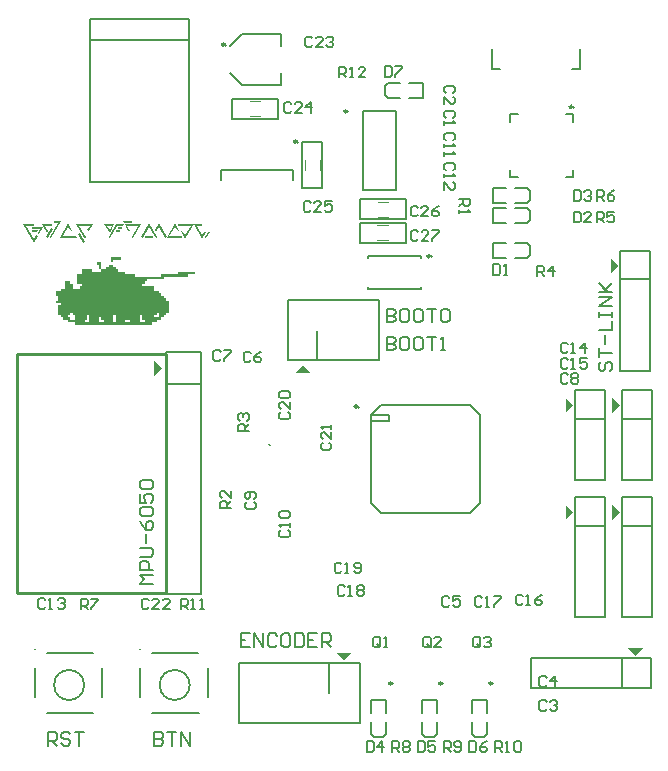
<source format=gto>
%FSTAX23Y23*%
%MOIN*%
%SFA1B1*%

%IPPOS*%
%ADD10C,0.009800*%
%ADD11C,0.003900*%
%ADD12C,0.006000*%
%ADD13C,0.010000*%
%ADD14C,0.005000*%
%ADD15C,0.004000*%
%ADD16C,0.007900*%
%ADD17C,0.007000*%
%ADD18C,0.008000*%
%LNpcb_bug_v2-1*%
%LPD*%
G36*
X03139Y01808D02*
X03164Y01833D01*
X03114*
X03139Y01808*
G37*
G36*
X03Y02791D02*
X02975Y02766D01*
X03025*
X03Y02791*
G37*
G36*
X02393Y03142D02*
X02369D01*
Y03134*
X02361*
Y0315*
X02393*
Y03142*
G37*
G36*
X02329Y0311D02*
X02345D01*
Y03118*
X02353*
Y03126*
X02369*
Y03118*
X02377*
Y0311*
X02385*
Y03102*
X02409*
Y03094*
X02441*
Y03086*
X02529*
Y03094*
X02585*
Y03102*
X02641*
Y03094*
X02617*
Y03086*
X02537*
Y03078*
X02481*
Y0307*
X02473*
Y03062*
X02465*
Y03054*
X02505*
Y03038*
X02521*
Y0303*
X02529*
Y03022*
X02537*
Y03014*
X02545*
Y03006*
X02553*
Y02966*
X02545*
Y02958*
X02537*
Y0295*
X02529*
Y02942*
X02513*
Y02934*
X02497*
Y02926*
X02241*
Y02934*
X02217*
Y02942*
X02201*
Y0295*
X02193*
Y02958*
X02185*
Y0299*
X02193*
Y02998*
X02177*
Y03006*
X02185*
Y03022*
X02177*
Y03038*
X02193*
Y03046*
X02209*
Y0307*
X02225*
Y03062*
X02233*
Y03046*
X02257*
Y03054*
X02265*
Y03062*
X02249*
Y03094*
X02265*
Y0311*
X02297*
Y03102*
X02329*
Y0311*
X02321*
Y03126*
X02313*
Y03134*
X02329*
Y0311*
G37*
G36*
X0253Y0278D02*
X02505Y02805D01*
Y02755*
X0253Y0278*
G37*
G36*
X04057Y023D02*
X04032Y02275D01*
Y02325*
X04057Y023*
G37*
G36*
X03901D02*
X03876Y02275D01*
Y02325*
X03901Y023*
G37*
G36*
X0411Y01822D02*
X04085Y01847D01*
X04135*
X0411Y01822*
G37*
G36*
X03901Y02657D02*
X03876Y02682D01*
Y02632*
X03901Y02657*
G37*
G36*
X04057D02*
X04032Y02682D01*
Y02632*
X04057Y02657*
G37*
G36*
X04053Y03123D02*
X04028Y03148D01*
Y03098*
X04053Y03123*
G37*
G36*
X02431Y03265D02*
X02403D01*
X024Y03271*
X02431*
Y03265*
G37*
G36*
X02405Y03261D02*
X02402Y03255D01*
X02382Y03255*
X02359Y03215*
X02354Y03218*
X02379Y03261*
X02405Y03261*
G37*
G36*
X02396Y03245D02*
X02383D01*
Y03251*
X02396*
Y03245*
G37*
G36*
X02287Y03237D02*
X02282Y0324D01*
X02291Y03256*
X02255*
X02276Y03218*
X02273Y03212*
X02245Y03261*
X02301*
X02287Y03237*
G37*
G36*
X02588Y03239D02*
X02583Y03237D01*
X02574Y03252*
X02555Y03221*
X02597*
Y03215*
X02546*
X02574Y03264*
X02588Y03239*
G37*
G36*
X02232Y03239D02*
X02227Y03237D01*
X02218Y03252*
X022Y03221*
X02243*
X02246Y03215*
X0219*
X02218Y03264*
X02232Y03239*
G37*
G36*
X02391Y03236D02*
X02378D01*
Y03241*
X02391*
Y03236*
G37*
G36*
X02113D02*
X02097D01*
Y03241*
X02116*
X02113Y03236*
G37*
G36*
X02165Y03255D02*
X02141D01*
X02152Y03238*
X02148Y03232*
X02132Y03261*
X02165*
Y03255*
G37*
G36*
X02356Y03232D02*
X02339Y03261D01*
X02372*
X02356Y03232*
G37*
G36*
X02121Y03229D02*
X02116Y03232D01*
X02123Y03245*
X02097*
Y03251*
X02133*
X02121Y03229*
G37*
G36*
X02608Y03213D02*
X02594Y03237D01*
X02599Y03239*
X02608Y03224*
X02626Y03255*
X02585*
Y03261*
X02636*
X02608Y03213*
G37*
G36*
X02546Y03218D02*
X02541Y03215D01*
X0252Y03252*
X0251Y03235*
X02507Y03241*
X0252Y03264*
X02546Y03218*
G37*
G36*
X02514D02*
X0251Y03215D01*
X02488Y03252*
X02467Y03215*
X02462Y03218*
X02488Y03264*
X02514Y03218*
G37*
G36*
X02501Y03215D02*
X02475D01*
Y03221*
X02501*
Y03215*
G37*
G36*
X02435Y03215D02*
X0243Y03218D01*
X02452Y03255*
X02415*
X02424Y03239*
X02419Y03237*
X02406Y03261*
X02461*
X02435Y03215*
G37*
G36*
X02161D02*
X02156Y03218D01*
X02183Y03265*
X02171*
Y0327*
X02193*
X02161Y03215*
G37*
G36*
X0269Y03236D02*
X02678Y03215D01*
X02673Y03218*
X02686Y03239*
X0269Y03236*
G37*
G36*
X02167Y03245D02*
X0215Y03215D01*
X02145Y03218*
X02162Y03248*
X02167Y03245*
G37*
G36*
X02664Y03255D02*
X02646D01*
X02664Y03224*
X02673Y03239*
X02678Y03236*
X02664Y03212*
X02636Y03261*
X02664*
Y03255*
G37*
G36*
X02104Y03255D02*
X02077D01*
X02103Y0321*
X02112Y03226*
X02117Y03223*
X02103Y03199*
X02067Y03261*
X02104*
Y03255*
G37*
G36*
X02274Y03202D02*
X02269Y03199D01*
X02251Y03229*
X02256Y03232*
X02274Y03202*
G37*
%LNpcb_bug_v2-2*%
%LPC*%
G36*
X02521Y02966D02*
X02513D01*
Y02958*
X02505*
Y0295*
X02521*
Y02958*
Y02966*
G37*
G36*
X02233D02*
X02225D01*
Y02958*
X02217*
Y0295*
X02225*
Y02942*
X02241*
Y0295*
Y02958*
X02233*
Y02966*
G37*
G36*
X02465Y02958D02*
X02457D01*
Y0295*
Y02942*
Y02934*
X02473*
Y02942*
X02465*
Y0295*
Y02958*
G37*
G36*
X02425Y02942D02*
X02409D01*
Y02934*
X02425*
Y02942*
G37*
G36*
X02377Y02958D02*
X02369D01*
Y0295*
Y02942*
Y02934*
X02377*
Y02942*
Y0295*
Y02958*
G37*
G36*
X02329Y0295D02*
X02321D01*
Y02942*
Y02934*
X02337*
Y02942*
X02329*
Y0295*
G37*
G36*
X02289Y02958D02*
X02281D01*
Y0295*
Y02942*
X02273*
Y02934*
X02289*
Y02942*
Y0295*
Y02958*
G37*
G36*
X02363Y03255D02*
X02349D01*
X02356Y03243*
X02363Y03255*
G37*
%LNpcb_bug_v2-3*%
%LPD*%
G54D10*
X02741Y03859D02*
D01*
D01*
G75*
G03X02731I-00004J0D01*
G74*G01*
D01*
G75*
G03X02741I00004J0D01*
G74*G01*
X03426Y03155D02*
D01*
D01*
G75*
G03X03416I-00004J0D01*
G74*G01*
D01*
G75*
G03X03426I00004J0D01*
G74*G01*
X02981Y03536D02*
D01*
D01*
G75*
G03X02971I-00004J0D01*
G74*G01*
D01*
G75*
G03X02981I00004J0D01*
G74*G01*
X03148Y03638D02*
D01*
D01*
G75*
G03X03138I-00004J0D01*
G74*G01*
D01*
G75*
G03X03148I00004J0D01*
G74*G01*
X03183Y02653D02*
D01*
D01*
G75*
G03X03173I-00004J0D01*
G74*G01*
D01*
G75*
G03X03183I00004J0D01*
G74*G01*
X039Y03652D02*
D01*
D01*
G75*
G03X0389I-00004J0D01*
G74*G01*
D01*
G75*
G03X039I00004J0D01*
G74*G01*
X03631Y01731D02*
D01*
D01*
G75*
G03X03622I-00004J0D01*
G74*G01*
D01*
G75*
G03X03631I00004J0D01*
G74*G01*
X03465D02*
D01*
D01*
G75*
G03X03455I-00004J0D01*
G74*G01*
D01*
G75*
G03X03465I00004J0D01*
G74*G01*
X03298D02*
D01*
D01*
G75*
G03X03288I-00004J0D01*
G74*G01*
D01*
G75*
G03X03298I00004J0D01*
G74*G01*
G54D11*
X0289Y02526D02*
D01*
D01*
G75*
G03X02886I-00002J0D01*
G74*G01*
D01*
G75*
G03X0289I00002J0D01*
G74*G01*
G54D12*
X02271Y01725D02*
D01*
D01*
G75*
G03X02171I-00050J0D01*
G74*G01*
D01*
G75*
G03X02271I00050J0D01*
G74*G01*
X02623Y01725D02*
D01*
D01*
G75*
G03X02523I-00050J0D01*
G74*G01*
D01*
G75*
G03X02623I00050J0D01*
G74*G01*
X02331Y01685D02*
Y0178D01*
X02146Y0183D02*
X023D01*
X02106Y01685D02*
Y0178D01*
X02146Y0163D02*
X02301D01*
X02683Y01685D02*
Y0178D01*
X02498Y0183D02*
X02652D01*
X02458Y01685D02*
Y0178D01*
X02498Y0163D02*
X02653D01*
G54D13*
X02049Y02031D02*
Y02827D01*
Y02031D02*
X02545D01*
Y02827*
X02049D02*
X02545D01*
G54D14*
X03563Y0163D02*
Y01675D01*
Y0156D02*
Y016D01*
X03613Y0163D02*
Y01675D01*
Y0156D02*
Y016D01*
X03573Y0155D02*
X03603D01*
X03613Y0156*
X03563D02*
X03573Y0155D01*
X03563Y01675D02*
X03613D01*
X03396Y0163D02*
Y01675D01*
Y0156D02*
Y016D01*
X03446Y0163D02*
Y01675D01*
Y0156D02*
Y016D01*
X03406Y0155D02*
X03436D01*
X03446Y0156*
X03396D02*
X03406Y0155D01*
X03396Y01675D02*
X03446D01*
X03229Y0163D02*
Y01675D01*
Y0156D02*
Y016D01*
X03279Y0163D02*
Y01675D01*
Y0156D02*
Y016D01*
X03239Y0155D02*
X03269D01*
X03279Y0156*
X03229D02*
X03239Y0155D01*
X03229Y01675D02*
X03279D01*
X03633Y03147D02*
X03678D01*
X03708D02*
X03748D01*
X03633Y03197D02*
X03678D01*
X03708D02*
X03748D01*
X03758Y03157D02*
Y03187D01*
X03748Y03197D02*
X03758Y03187D01*
X03748Y03147D02*
X03758Y03157D01*
X03633Y03147D02*
Y03197D01*
Y03264D02*
X03678D01*
X03708D02*
X03748D01*
X03633Y03314D02*
X03678D01*
X03708D02*
X03748D01*
X03758Y03274D02*
Y03304D01*
X03748Y03314D02*
X03758Y03304D01*
X03748Y03264D02*
X03758Y03274D01*
X03633Y03264D02*
Y03314D01*
Y03331D02*
X03678D01*
X03708D02*
X03748D01*
X03633Y03381D02*
X03678D01*
X03708D02*
X03748D01*
X03758Y03341D02*
Y03371D01*
X03748Y03381D02*
X03758Y03371D01*
X03748Y03331D02*
X03758Y03341D01*
X03633Y03331D02*
Y03381D01*
X03191Y03345D02*
X03344D01*
X03191Y03278D02*
Y03345D01*
Y03278D02*
X03344D01*
Y03345*
X0319Y03266D02*
X03343D01*
X0319Y03199D02*
Y03266D01*
Y03199D02*
X03343D01*
Y03266*
X03355Y0373D02*
X034D01*
X03285D02*
X03325D01*
X03355Y0368D02*
X034D01*
X03285D02*
X03325D01*
X03275Y0369D02*
Y0372D01*
Y0369D02*
X03285Y0368D01*
X03275Y0372D02*
X03285Y0373D01*
X034Y0368D02*
Y0373D01*
X02998Y03381D02*
Y03534D01*
Y03381D02*
X03065D01*
Y03534*
X02998D02*
X03065D01*
X02765Y03612D02*
X02918D01*
Y03679*
X02765D02*
X02918D01*
X02765Y03612D02*
Y03679D01*
X03122Y0375D02*
Y03785D01*
X03139*
X03145Y03779*
Y03768*
X03139Y03762*
X03122*
X03133D02*
X03145Y0375D01*
X03157D02*
X03168D01*
X03163*
Y03785*
X03157Y03779*
X03209Y0375D02*
X03186D01*
X03209Y03774*
Y03779*
X03203Y03785*
X03192*
X03186Y03779*
X03274Y03787D02*
Y03752D01*
X03291*
X03297Y03758*
Y03782*
X03291Y03787*
X03274*
X03309D02*
X03332D01*
Y03782*
X03309Y03758*
Y03752*
X03384Y03235D02*
X03378Y03241D01*
X03367*
X03361Y03235*
Y03212*
X03367Y03206*
X03378*
X03384Y03212*
X03419Y03206D02*
X03396D01*
X03419Y03229*
Y03235*
X03413Y03241*
X03402*
X03396Y03235*
X03431Y03241D02*
X03454D01*
Y03235*
X03431Y03212*
Y03206*
X03383Y03316D02*
X03377Y03322D01*
X03366*
X0336Y03316*
Y03293*
X03366Y03287*
X03377*
X03383Y03293*
X03418Y03287D02*
X03395D01*
X03418Y03311*
Y03316*
X03412Y03322*
X03401*
X03395Y03316*
X03453Y03322D02*
X03441Y03316D01*
X0343Y03305*
Y03293*
X03436Y03287*
X03447*
X03453Y03293*
Y03299*
X03447Y03305*
X0343*
X03026Y03332D02*
X0302Y03338D01*
X03009*
X03003Y03332*
Y03309*
X03009Y03303*
X0302*
X03026Y03309*
X03061Y03303D02*
X03038D01*
X03061Y03327*
Y03332*
X03055Y03338*
X03044*
X03038Y03332*
X03096Y03338D02*
X03073D01*
Y03321*
X03085Y03327*
X0309*
X03096Y03321*
Y03309*
X0309Y03303*
X03079*
X03073Y03309*
X02962Y03662D02*
X02956Y03668D01*
X02944*
X02939Y03662*
Y03639*
X02944Y03633*
X02956*
X02962Y03639*
X02997Y03633D02*
X02974D01*
X02997Y03656*
Y03662*
X02991Y03668*
X02979*
X02974Y03662*
X03026Y03633D02*
Y03668D01*
X03009Y0365*
X03032*
X03032Y0388D02*
X03026Y03886D01*
X03014*
X03008Y0388*
Y03857*
X03014Y03851*
X03026*
X03032Y03857*
X03067Y03851D02*
X03043D01*
X03067Y03874*
Y0388*
X03061Y03886*
X03049*
X03043Y0388*
X03078D02*
X03084Y03886D01*
X03096*
X03102Y0388*
Y03874*
X03096Y03868*
X0309*
X03096*
X03102Y03863*
Y03857*
X03096Y03851*
X03084*
X03078Y03857*
X02594Y01978D02*
Y02013D01*
X02611*
X02617Y02007*
Y01995*
X02611Y01989*
X02594*
X02605D02*
X02617Y01978D01*
X02629D02*
X0264D01*
X02635*
Y02013*
X02629Y02007*
X02658Y01978D02*
X0267D01*
X02664*
Y02013*
X02658Y02007*
X03641Y01502D02*
Y01537D01*
X03658*
X03664Y01531*
Y01519*
X03658Y01514*
X03641*
X03653D02*
X03664Y01502D01*
X03676D02*
X03688D01*
X03682*
Y01537*
X03676Y01531*
X03705D02*
X03711Y01537D01*
X03723*
X03728Y01531*
Y01508*
X03723Y01502*
X03711*
X03705Y01508*
Y01531*
X0347Y01502D02*
Y01537D01*
X03487*
X03493Y01531*
Y01519*
X03487Y01514*
X0347*
X03481D02*
X03493Y01502D01*
X03505Y01508D02*
X0351Y01502D01*
X03522*
X03528Y01508*
Y01531*
X03522Y01537*
X0351*
X03505Y01531*
Y01525*
X0351Y01519*
X03528*
X03298Y01502D02*
Y01537D01*
X03316*
X03322Y01531*
Y01519*
X03316Y01514*
X03298*
X0331D02*
X03322Y01502D01*
X03333Y01531D02*
X03339Y01537D01*
X03351*
X03357Y01531*
Y01525*
X03351Y01519*
X03357Y01514*
Y01508*
X03351Y01502*
X03339*
X03333Y01508*
Y01514*
X03339Y01519*
X03333Y01525*
Y01531*
X03339Y01519D02*
X03351D01*
X0226Y01978D02*
Y02013D01*
X02277*
X02283Y02007*
Y01995*
X02277Y01989*
X0226*
X02272D02*
X02283Y01978D01*
X02295Y02013D02*
X02318D01*
Y02007*
X02295Y01983*
Y01978*
X03981Y03339D02*
Y03374D01*
X03999*
X04004Y03368*
Y03357*
X03999Y03351*
X03981*
X03993D02*
X04004Y03339D01*
X04039Y03374D02*
X04028Y03368D01*
X04016Y03357*
Y03345*
X04022Y03339*
X04034*
X04039Y03345*
Y03351*
X04034Y03357*
X04016*
X0398Y03267D02*
Y03302D01*
X03998*
X04004Y03296*
Y03285*
X03998Y03279*
X0398*
X03992D02*
X04004Y03267D01*
X04039Y03302D02*
X04015D01*
Y03285*
X04027Y03291*
X04033*
X04039Y03285*
Y03273*
X04033Y03267*
X04021*
X04015Y03273*
X03781Y03088D02*
Y03123D01*
X03799*
X03805Y03117*
Y03105*
X03799Y031*
X03781*
X03793D02*
X03805Y03088D01*
X03834D02*
Y03123D01*
X03816Y03105*
X0384*
X0282Y02571D02*
X02785D01*
Y02589*
X02791Y02595*
X02802*
X02808Y02589*
Y02571*
Y02583D02*
X0282Y02595D01*
X02791Y02606D02*
X02785Y02612D01*
Y02624*
X02791Y0263*
X02797*
X02802Y02624*
Y02618*
Y02624*
X02808Y0263*
X02814*
X0282Y02624*
Y02612*
X02814Y02606*
X0276Y02314D02*
X02725D01*
Y02332*
X02731Y02338*
X02742*
X02748Y02332*
Y02314*
Y02326D02*
X0276Y02338D01*
Y02373D02*
Y02349D01*
X02737Y02373*
X02731*
X02725Y02367*
Y02355*
X02731Y02349*
X03522Y03344D02*
X03557D01*
Y03327*
X03551Y03321*
X0354*
X03534Y03327*
Y03344*
Y03333D02*
X03522Y03321D01*
Y03309D02*
Y03298D01*
Y03303*
X03557*
X03551Y03309*
X03592Y01856D02*
Y0188D01*
X03586Y01885*
X03574*
X03568Y0188*
Y01856*
X03574Y0185*
X03586*
X0358Y01862D02*
X03592Y0185D01*
X03586D02*
X03592Y01856D01*
X03603Y0188D02*
X03609Y01885D01*
X03621*
X03627Y0188*
Y01874*
X03621Y01868*
X03615*
X03621*
X03627Y01862*
Y01856*
X03621Y0185*
X03609*
X03603Y01856*
X03426D02*
Y0188D01*
X0342Y01885*
X03408*
X03402Y0188*
Y01856*
X03408Y0185*
X0342*
X03414Y01862D02*
X03426Y0185D01*
X0342D02*
X03426Y01856D01*
X03461Y0185D02*
X03437D01*
X03461Y01874*
Y0188*
X03455Y01885*
X03443*
X03437Y0188*
X03259Y01856D02*
Y0188D01*
X03253Y01885*
X03241*
X03235Y0188*
Y01856*
X03241Y0185*
X03253*
X03247Y01862D02*
X03259Y0185D01*
X03253D02*
X03259Y01856D01*
X0327Y0185D02*
X03282D01*
X03276*
Y01885*
X0327Y0188*
X03555Y01537D02*
Y01502D01*
X03573*
X03579Y01508*
Y01531*
X03573Y01537*
X03555*
X03614D02*
X03602Y01531D01*
X0359Y01519*
Y01508*
X03596Y01502*
X03608*
X03614Y01508*
Y01514*
X03608Y01519*
X0359*
X03384Y01537D02*
Y01502D01*
X03401*
X03407Y01508*
Y01531*
X03401Y01537*
X03384*
X03442D02*
X03419D01*
Y01519*
X03431Y01525*
X03436*
X03442Y01519*
Y01508*
X03436Y01502*
X03425*
X03419Y01508*
X03213Y01537D02*
Y01502D01*
X0323*
X03236Y01508*
Y01531*
X0323Y01537*
X03213*
X03265Y01502D02*
Y01537D01*
X03248Y01519*
X03271*
X03903Y03374D02*
Y03339D01*
X03921*
X03926Y03345*
Y03368*
X03921Y03374*
X03903*
X03938Y03368D02*
X03944Y03374D01*
X03956*
X03961Y03368*
Y03362*
X03956Y03356*
X0395*
X03956*
X03961Y03351*
Y03345*
X03956Y03339*
X03944*
X03938Y03345*
X03903Y03302D02*
Y03267D01*
X03921*
X03926Y03273*
Y03296*
X03921Y03302*
X03903*
X03961Y03267D02*
X03938D01*
X03961Y03291*
Y03296*
X03956Y03302*
X03944*
X03938Y03296*
X03635Y03128D02*
Y03093D01*
X03653*
X03658Y03099*
Y03122*
X03653Y03128*
X03635*
X0367Y03093D02*
X03682D01*
X03676*
Y03128*
X0367Y03122*
X02486Y02008D02*
X0248Y02013D01*
X02468*
X02463Y02008*
Y01984*
X02468Y01978*
X0248*
X02486Y01984*
X02521Y01978D02*
X02498D01*
X02521Y02002*
Y02008*
X02515Y02013*
X02503*
X02498Y02008*
X02556Y01978D02*
X02533D01*
X02556Y02002*
Y02008*
X0255Y02013*
X02538*
X02533Y02008*
X03066Y02533D02*
X0306Y02527D01*
Y02515*
X03066Y02509*
X03089*
X03095Y02515*
Y02527*
X03089Y02533*
X03095Y02568D02*
Y02544D01*
X03072Y02568*
X03066*
X0306Y02562*
Y0255*
X03066Y02544*
X03095Y02579D02*
Y02591D01*
Y02585*
X0306*
X03066Y02579*
X02928Y02634D02*
X02922Y02628D01*
Y02616*
X02928Y02611*
X02951*
X02957Y02616*
Y02628*
X02951Y02634*
X02957Y02669D02*
Y02646D01*
X02934Y02669*
X02928*
X02922Y02663*
Y02651*
X02928Y02646*
Y02681D02*
X02922Y02686D01*
Y02698*
X02928Y02704*
X02951*
X02957Y02698*
Y02686*
X02951Y02681*
X02928*
X03129Y02127D02*
X03123Y02133D01*
X03111*
X03106Y02127*
Y02104*
X03111Y02098*
X03123*
X03129Y02104*
X03141Y02098D02*
X03152D01*
X03146*
Y02133*
X03141Y02127*
X0317Y02104D02*
X03176Y02098D01*
X03187*
X03193Y02104*
Y02127*
X03187Y02133*
X03176*
X0317Y02127*
Y02121*
X03176Y02115*
X03193*
X0314Y02052D02*
X03134Y02058D01*
X03122*
X03117Y02052*
Y02029*
X03122Y02023*
X03134*
X0314Y02029*
X03152Y02023D02*
X03163D01*
X03157*
Y02058*
X03152Y02052*
X03181D02*
X03187Y02058D01*
X03198*
X03204Y02052*
Y02046*
X03198Y0204*
X03204Y02034*
Y02029*
X03198Y02023*
X03187*
X03181Y02029*
Y02034*
X03187Y0204*
X03181Y02046*
Y02052*
X03187Y0204D02*
X03198D01*
X03598Y02015D02*
X03592Y02021D01*
X0358*
X03575Y02015*
Y01992*
X0358Y01986*
X03592*
X03598Y01992*
X0361Y01986D02*
X03621D01*
X03615*
Y02021*
X0361Y02015*
X03639Y02021D02*
X03662D01*
Y02015*
X03639Y01992*
Y01986*
X03734Y0202D02*
X03728Y02026D01*
X03716*
X0371Y0202*
Y01997*
X03716Y01991*
X03728*
X03734Y01997*
X03745Y01991D02*
X03757D01*
X03751*
Y02026*
X03745Y0202*
X03798Y02026D02*
X03786Y0202D01*
X03775Y02009*
Y01997*
X0378Y01991*
X03792*
X03798Y01997*
Y02003*
X03792Y02009*
X03775*
X03884Y02808D02*
X03878Y02814D01*
X03866*
X0386Y02808*
Y02785*
X03866Y02779*
X03878*
X03884Y02785*
X03895Y02779D02*
X03907D01*
X03901*
Y02814*
X03895Y02808*
X03948Y02814D02*
X03925D01*
Y02797*
X03936Y02803*
X03942*
X03948Y02797*
Y02785*
X03942Y02779*
X0393*
X03925Y02785*
X03884Y0286D02*
X03878Y02866D01*
X03866*
X0386Y0286*
Y02837*
X03866Y02831*
X03878*
X03884Y02837*
X03895Y02831D02*
X03907D01*
X03901*
Y02866*
X03895Y0286*
X03942Y02831D02*
Y02866D01*
X03925Y02849*
X03948*
X02142Y02008D02*
X02136Y02014D01*
X02124*
X02119Y02008*
Y01985*
X02124Y01979*
X02136*
X02142Y01985*
X02154Y01979D02*
X02165D01*
X02159*
Y02014*
X02154Y02008*
X02183D02*
X02189Y02014D01*
X022*
X02206Y02008*
Y02003*
X022Y01997*
X02194*
X022*
X02206Y01991*
Y01985*
X022Y01979*
X02189*
X02183Y01985*
X035Y0344D02*
X03506Y03446D01*
Y03458*
X035Y03464*
X03477*
X03471Y03458*
Y03446*
X03477Y0344*
X03471Y03429D02*
Y03417D01*
Y03423*
X03506*
X035Y03429*
X03471Y03376D02*
Y034D01*
X03494Y03376*
X035*
X03506Y03382*
Y03394*
X035Y034*
Y0354D02*
X03506Y03546D01*
Y03558*
X035Y03564*
X03477*
X03471Y03558*
Y03546*
X03477Y0354*
X03471Y03529D02*
Y03517D01*
Y03523*
X03506*
X035Y03529*
X03471Y035D02*
Y03488D01*
Y03494*
X03506*
X035Y035*
X02927Y0224D02*
X02922Y02234D01*
Y02223*
X02927Y02217*
X02951*
X02957Y02223*
Y02234*
X02951Y0224*
X02957Y02252D02*
Y02264D01*
Y02258*
X02922*
X02927Y02252*
Y02281D02*
X02922Y02287D01*
Y02299*
X02927Y02304*
X02951*
X02957Y02299*
Y02287*
X02951Y02281*
X02927*
X02814Y02334D02*
X02808Y02328D01*
Y02317*
X02814Y02311*
X02837*
X02843Y02317*
Y02328*
X02837Y02334*
Y02346D02*
X02843Y02351D01*
Y02363*
X02837Y02369*
X02814*
X02808Y02363*
Y02351*
X02814Y02346*
X02819*
X02825Y02351*
Y02369*
X03884Y02759D02*
X03878Y02764D01*
X03866*
X0386Y02759*
Y02735*
X03866Y02729*
X03878*
X03884Y02735*
X03895Y02759D02*
X03901Y02764D01*
X03913*
X03919Y02759*
Y02753*
X03913Y02747*
X03919Y02741*
Y02735*
X03913Y02729*
X03901*
X03895Y02735*
Y02741*
X03901Y02747*
X03895Y02753*
Y02759*
X03901Y02747D02*
X03913D01*
X02726Y02834D02*
X0272Y0284D01*
X02708*
X02702Y02834*
Y0281*
X02708Y02805*
X0272*
X02726Y0281*
X02737Y0284D02*
X02761D01*
Y02834*
X02737Y0281*
Y02805*
X02826Y0283D02*
X02821Y02836D01*
X02809*
X02803Y0283*
Y02807*
X02809Y02801*
X02821*
X02826Y02807*
X02861Y02836D02*
X0285Y0283D01*
X02838Y02818*
Y02807*
X02844Y02801*
X02856*
X02861Y02807*
Y02813*
X02856Y02818*
X02838*
X03489Y02015D02*
X03483Y02021D01*
X03471*
X03465Y02015*
Y01992*
X03471Y01986*
X03483*
X03489Y01992*
X03524Y02021D02*
X035D01*
Y02004*
X03512Y0201*
X03518*
X03524Y02004*
Y01992*
X03518Y01986*
X03506*
X035Y01992*
X03813Y01749D02*
X03807Y01754D01*
X03795*
X03789Y01749*
Y01725*
X03795Y01719*
X03807*
X03813Y01725*
X03842Y01719D02*
Y01754D01*
X03824Y01737*
X03848*
X03813Y01669D02*
X03807Y01674D01*
X03795*
X03789Y01669*
Y01645*
X03795Y01639*
X03807*
X03813Y01645*
X03824Y01669D02*
X0383Y01674D01*
X03842*
X03848Y01669*
Y01663*
X03842Y01657*
X03836*
X03842*
X03848Y01651*
Y01645*
X03842Y01639*
X0383*
X03824Y01645*
X035Y03698D02*
X03506Y03704D01*
Y03715*
X035Y03721*
X03477*
X03471Y03715*
Y03704*
X03477Y03698*
X03471Y03663D02*
Y03686D01*
X03494Y03663*
X035*
X03506Y03669*
Y0368*
X035Y03686*
Y03616D02*
X03506Y03622D01*
Y03634*
X035Y03639*
X03477*
X03471Y03634*
Y03622*
X03477Y03616*
X03471Y03604D02*
Y03593D01*
Y03599*
X03506*
X035Y03604*
G54D15*
X0325Y03286D02*
X03284D01*
X0325Y03336D02*
X03284D01*
X03249Y03207D02*
X03283D01*
X03249Y03257D02*
X03283D01*
X03057Y0344D02*
Y03474D01*
X03007Y0344D02*
Y03474D01*
X02825Y03671D02*
X02859D01*
X02825Y03621D02*
X02859D01*
G54D16*
X02757Y03855D02*
X02796Y03895D01*
X02926Y03855D02*
Y03895D01*
Y03725D02*
Y03765D01*
X02796Y03895D02*
X02926D01*
X02796Y03725D02*
X02926D01*
X02757Y03765D02*
X02796Y03725D01*
X03218Y03156D02*
X03395D01*
X03218Y03045D02*
X03395D01*
X03218Y03149D02*
Y03156D01*
X03395Y03149D02*
Y03156D01*
X03218Y03045D02*
Y03052D01*
X03395Y03045D02*
Y03052D01*
X02726Y03408D02*
Y03442D01*
X02966*
Y03408D02*
Y03442D01*
X03202Y03375D02*
Y03638D01*
X03312Y03375D02*
Y03638D01*
X03202D02*
X03312D01*
X03202Y03375D02*
X03312D01*
X03228Y0233D02*
Y02625D01*
X0359Y0233D02*
Y02625D01*
X03261Y02659D02*
X03556D01*
X03261Y02297D02*
X03556D01*
X03228Y02625D02*
X03261Y02659D01*
X03556D02*
X0359Y02625D01*
X03228Y0233D02*
X03261Y02297D01*
X03556D02*
X0359Y0233D01*
X03228Y02625D02*
X03287D01*
Y02606D02*
Y02625D01*
X03228Y02606D02*
X03287D01*
X03877Y03627D02*
X03901D01*
Y03602D02*
Y03627D01*
Y03418D02*
Y03443D01*
X03877Y03418D02*
X03901D01*
X03692D02*
X03717D01*
X03692D02*
Y03443D01*
Y03627D02*
X03717D01*
X03692Y03602D02*
Y03627D01*
X03632Y03779D02*
Y03846D01*
Y03779D02*
X03657D01*
X03897D02*
X03923D01*
Y03846*
G54D17*
X0229Y03875D02*
X0262D01*
X0229Y034D02*
Y03945D01*
X0262Y034D02*
Y03945D01*
X0229Y034D02*
X0262D01*
X0229Y03945D02*
X0262D01*
X0376Y01816D02*
X0416D01*
Y01716D02*
Y01816D01*
X0376Y01716D02*
X0416D01*
X0376D02*
Y01816D01*
X04065Y01717D02*
Y01816D01*
X02545Y02836D02*
X02662D01*
X02545Y02028D02*
Y02836D01*
Y02028D02*
X02662D01*
Y02836*
X02545Y02729D02*
X02661D01*
X03907Y0195D02*
Y0235D01*
X04007*
Y0195D02*
Y0235D01*
X03907Y0195D02*
X04007D01*
X03907Y02255D02*
X04006D01*
X04059Y02773D02*
Y03173D01*
X04159*
Y02773D02*
Y03173D01*
X04059Y02773D02*
X04159D01*
X04059Y03078D02*
X04158D01*
X02106Y01844D02*
X02107Y01845D01*
X03253Y02807D02*
Y03007D01*
X0295D02*
X03253D01*
X0295Y02907D02*
Y03007D01*
Y02807D02*
Y02907D01*
Y02807D02*
X03253D01*
X03048D02*
Y02906D01*
X04063Y0195D02*
Y0235D01*
X04163*
Y0195D02*
Y0235D01*
X04063Y0195D02*
X04163D01*
X04063Y02255D02*
X04162D01*
X02458Y01844D02*
X02459Y01845D01*
X03907Y02407D02*
Y02707D01*
X04007*
Y02407D02*
Y02707D01*
X03907Y02407D02*
X04007D01*
X03907Y02612D02*
X04006D01*
X03089Y01699D02*
Y01797D01*
X02789Y01797D02*
X0319D01*
Y01697D02*
Y01797D01*
Y01597D02*
Y01697D01*
X02789Y01597D02*
X0319D01*
X02789D02*
Y01797D01*
X04063Y02407D02*
Y02707D01*
X04163*
Y02407D02*
Y02707D01*
X04063Y02407D02*
X04163D01*
X04063Y02612D02*
X04162D01*
G54D18*
X02504Y01568D02*
Y01523D01*
X02526*
X02533Y01531*
Y01538*
X02526Y01546*
X02504*
X02526*
X02533Y01553*
Y01561*
X02526Y01568*
X02504*
X02548D02*
X02578D01*
X02563*
Y01523*
X02593D02*
Y01568D01*
X02623Y01523*
Y01568*
X0215Y01523D02*
Y01568D01*
X02173*
X0218Y01561*
Y01546*
X02173Y01538*
X0215*
X02165D02*
X0218Y01523D01*
X02225Y01561D02*
X02218Y01568D01*
X02203*
X02195Y01561*
Y01553*
X02203Y01546*
X02218*
X02225Y01538*
Y01531*
X02218Y01523*
X02203*
X02195Y01531*
X0224Y01568D02*
X0227D01*
X02255*
Y01523*
X02823Y01897D02*
X02793D01*
Y01852*
X02823*
X02793Y01874D02*
X02808D01*
X02838Y01852D02*
Y01897D01*
X02868Y01852*
Y01897*
X02913Y01889D02*
X02906Y01897D01*
X02891*
X02883Y01889*
Y01859*
X02891Y01852*
X02906*
X02913Y01859*
X02951Y01897D02*
X02936D01*
X02928Y01889*
Y01859*
X02936Y01852*
X02951*
X02958Y01859*
Y01889*
X02951Y01897*
X02973D02*
Y01852D01*
X02996*
X03003Y01859*
Y01889*
X02996Y01897*
X02973*
X03048D02*
X03018D01*
Y01852*
X03048*
X03018Y01874D02*
X03033D01*
X03063Y01852D02*
Y01897D01*
X03086*
X03093Y01889*
Y01874*
X03086Y01867*
X03063*
X03078D02*
X03093Y01852D01*
X03993Y02802D02*
X03986Y02794D01*
Y02779*
X03993Y02772*
X04001*
X04008Y02779*
Y02794*
X04016Y02802*
X04023*
X04031Y02794*
Y02779*
X04023Y02772*
X03986Y02817D02*
Y02847D01*
Y02832*
X04031*
X04008Y02862D02*
Y02892D01*
X03986Y02907D02*
X04031D01*
Y02937*
X03986Y02952D02*
Y02967D01*
Y02959*
X04031*
Y02952*
Y02967*
Y02989D02*
X03986D01*
X04031Y03019*
X03986*
Y03034D02*
X04031D01*
X04016*
X03986Y03064*
X04008Y03042*
X04031Y03064*
X0328Y02979D02*
Y02934D01*
X03302*
X0331Y02941*
Y02949*
X03302Y02956*
X0328*
X03302*
X0331Y02964*
Y02971*
X03302Y02979*
X0328*
X03347D02*
X03332D01*
X03325Y02971*
Y02941*
X03332Y02934*
X03347*
X03355Y02941*
Y02971*
X03347Y02979*
X03392D02*
X03377D01*
X0337Y02971*
Y02941*
X03377Y02934*
X03392*
X034Y02941*
Y02971*
X03392Y02979*
X03415D02*
X03445D01*
X0343*
Y02934*
X0346Y02971D02*
X03467Y02979D01*
X03482*
X0349Y02971*
Y02941*
X03482Y02934*
X03467*
X0346Y02941*
Y02971*
X0328Y02886D02*
Y02841D01*
X03302*
X0331Y02848*
Y02856*
X03302Y02863*
X0328*
X03302*
X0331Y02871*
Y02878*
X03302Y02886*
X0328*
X03347D02*
X03332D01*
X03325Y02878*
Y02848*
X03332Y02841*
X03347*
X03355Y02848*
Y02878*
X03347Y02886*
X03392D02*
X03377D01*
X0337Y02878*
Y02848*
X03377Y02841*
X03392*
X034Y02848*
Y02878*
X03392Y02886*
X03415D02*
X03445D01*
X0343*
Y02841*
X0346D02*
X03475D01*
X03467*
Y02886*
X0346Y02878*
X02501Y02063D02*
X02456D01*
X02471Y02078*
X02456Y02093*
X02501*
Y02108D02*
X02456D01*
Y0213*
X02463Y02138*
X02478*
X02486Y0213*
Y02108*
X02456Y02153D02*
X02493D01*
X02501Y0216*
Y02175*
X02493Y02183*
X02456*
X02478Y02198D02*
Y02228D01*
X02456Y02273D02*
X02463Y02258D01*
X02478Y02243*
X02493*
X02501Y0225*
Y02265*
X02493Y02273*
X02486*
X02478Y02265*
Y02243*
X02463Y02288D02*
X02456Y02295D01*
Y0231*
X02463Y02318*
X02493*
X02501Y0231*
Y02295*
X02493Y02288*
X02463*
X02456Y02363D02*
Y02333D01*
X02478*
X02471Y02348*
Y02355*
X02478Y02363*
X02493*
X02501Y02355*
Y0234*
X02493Y02333*
X02463Y02378D02*
X02456Y02385D01*
Y024*
X02463Y02408*
X02493*
X02501Y024*
Y02385*
X02493Y02378*
X02463*
M02*
</source>
